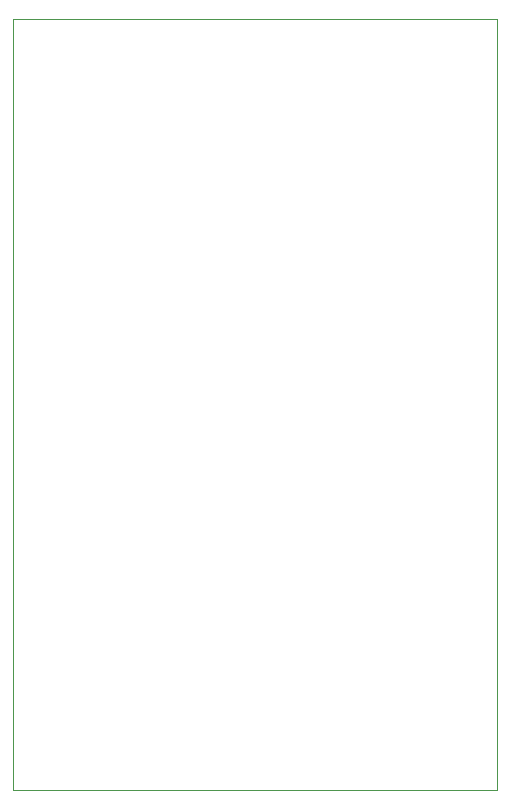
<source format=gbr>
%TF.GenerationSoftware,KiCad,Pcbnew,7.0.10*%
%TF.CreationDate,2024-02-08T23:41:11-06:00*%
%TF.ProjectId,FujiApple-DevKit-Combo,46756a69-4170-4706-9c65-2d4465764b69,1.0*%
%TF.SameCoordinates,Original*%
%TF.FileFunction,Profile,NP*%
%FSLAX46Y46*%
G04 Gerber Fmt 4.6, Leading zero omitted, Abs format (unit mm)*
G04 Created by KiCad (PCBNEW 7.0.10) date 2024-02-08 23:41:11*
%MOMM*%
%LPD*%
G01*
G04 APERTURE LIST*
%TA.AperFunction,Profile*%
%ADD10C,0.100000*%
%TD*%
G04 APERTURE END LIST*
D10*
X134286000Y-75710200D02*
X175260000Y-75710200D01*
X175260000Y-140970000D01*
X134286000Y-140970000D01*
X134286000Y-75710200D01*
M02*

</source>
